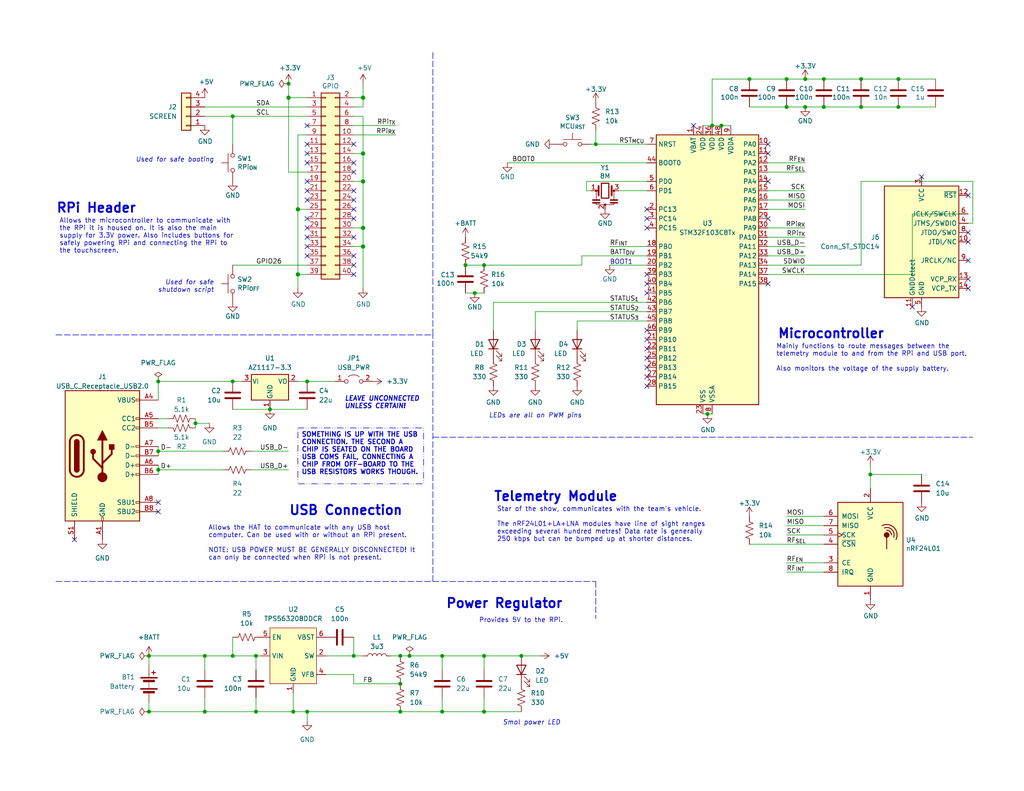
<source format=kicad_sch>
(kicad_sch (version 20231120) (generator "eeschema") (generator_version "8.0")
  (paper "USLetter")
  (title_block (title "Downlink Board") (date "2024-01-21") (rev "1.1") (company "HPVDT") (comment 1 "Hosts a microcontroller and wireless module for computers to use") (comment 2 "Designed to be an RPi hat with connections for the RPi touchscreen") (comment 3 "Can be used as a standalone USB device too"))
  (lib_symbols
    (symbol "Connector:Conn_ST_STDC14"
      (property "Reference" "J" (at -8.89 16.51 0))
      (property "Value" "Conn_ST_STDC14" (at 17.78 16.51 0))
      (symbol "Conn_ST_STDC14_1_1"
        (pin no_connect line (at -10.16 5.08 0) (length 2.54) hide (name "NC") (number "1"))
        (pin output line (at 12.7 0 180) (length 2.54) (name "JTDI/NC") (number "10"))
        (pin passive line (at -2.54 -17.78 90) (length 2.54) (name "GNDDetect") (number "11"))
        (pin open_collector line (at 12.7 12.7 180) (length 2.54) (name "~{RST}") (number "12"))
        (pin output line (at 12.7 -10.16 180) (length 2.54) (name "VCP_RX") (number "13"))
        (pin input line (at 12.7 -12.7 180) (length 2.54) (name "VCP_TX") (number "14"))
        (pin no_connect line (at -10.16 2.54 0) (length 2.54) hide (name "NC") (number "2"))
        (pin power_in line (at 0 17.78 270) (length 2.54) (name "VCC") (number "3"))
        (pin bidirectional line (at 12.7 5.08 180) (length 2.54) (name "JTMS/SWDIO") (number "4"))
        (pin power_in line (at 0 -17.78 90) (length 2.54) (name "GND") (number "5"))
        (pin output line (at 12.7 7.62 180) (length 2.54) (name "JCLK/SWCLK") (number "6"))
        (pin passive line (at 0 -17.78 90) (length 2.54) hide (name "GND") (number "7"))
        (pin input line (at 12.7 2.54 180) (length 2.54) (name "JTDO/SWO") (number "8"))
        (pin input line (at 12.7 -5.08 180) (length 2.54) (name "JRCLK/NC") (number "9"))
      )
    )
    (symbol "Connector:USB_C_Receptacle_USB2.0" (pin_names (offset 1.016))
      (property "Reference" "J" (at -10.16 19.05 0))
      (property "Value" "USB_C_Receptacle_USB2.0" (at 19.05 19.05 0))
      (symbol "USB_C_Receptacle_USB2.0_1_1"
        (pin passive line (at 0 -22.86 90) (length 5.08) (name "GND") (number "A1"))
        (pin passive line (at 0 -22.86 90) (length 5.08) hide (name "GND") (number "A12"))
        (pin passive line (at 15.24 15.24 180) (length 5.08) (name "VBUS") (number "A4"))
        (pin bidirectional line (at 15.24 10.16 180) (length 5.08) (name "CC1") (number "A5"))
        (pin bidirectional line (at 15.24 -2.54 180) (length 5.08) (name "D+") (number "A6"))
        (pin bidirectional line (at 15.24 2.54 180) (length 5.08) (name "D-") (number "A7"))
        (pin bidirectional line (at 15.24 -12.7 180) (length 5.08) (name "SBU1") (number "A8"))
        (pin passive line (at 15.24 15.24 180) (length 5.08) hide (name "VBUS") (number "A9"))
        (pin passive line (at 0 -22.86 90) (length 5.08) hide (name "GND") (number "B1"))
        (pin passive line (at 0 -22.86 90) (length 5.08) hide (name "GND") (number "B12"))
        (pin passive line (at 15.24 15.24 180) (length 5.08) hide (name "VBUS") (number "B4"))
        (pin bidirectional line (at 15.24 7.62 180) (length 5.08) (name "CC2") (number "B5"))
        (pin bidirectional line (at 15.24 -5.08 180) (length 5.08) (name "D+") (number "B6"))
        (pin bidirectional line (at 15.24 0 180) (length 5.08) (name "D-") (number "B7"))
        (pin bidirectional line (at 15.24 -15.24 180) (length 5.08) (name "SBU2") (number "B8"))
        (pin passive line (at 15.24 15.24 180) (length 5.08) hide (name "VBUS") (number "B9"))
        (pin passive line (at -7.62 -22.86 90) (length 5.08) (name "SHIELD") (number "S1"))
      )
    )
    (symbol "Connector_Generic:Conn_01x04" (pin_names (offset 1.016) hide)
      (property "Reference" "J" (at 0 5.08 0))
      (property "Value" "Conn_01x04" (at 0 -7.62 0))
      (symbol "Conn_01x04_1_1"
        (pin passive line (at -5.08 2.54 0) (length 3.81) (name "Pin_1") (number "1"))
        (pin passive line (at -5.08 0 0) (length 3.81) (name "Pin_2") (number "2"))
        (pin passive line (at -5.08 -2.54 0) (length 3.81) (name "Pin_3") (number "3"))
        (pin passive line (at -5.08 -5.08 0) (length 3.81) (name "Pin_4") (number "4"))
      )
    )
    (symbol "Connector_Generic:Conn_02x20_Odd_Even" (pin_names (offset 1.016) hide)
      (property "Reference" "J" (at 1.27 25.4 0))
      (property "Value" "Conn_02x20_Odd_Even" (at 1.27 -27.94 0))
      (symbol "Conn_02x20_Odd_Even_1_1"
        (pin passive line (at -5.08 22.86 0) (length 3.81) (name "Pin_1") (number "1"))
        (pin passive line (at 7.62 12.7 180) (length 3.81) (name "Pin_10") (number "10"))
        (pin passive line (at -5.08 10.16 0) (length 3.81) (name "Pin_11") (number "11"))
        (pin passive line (at 7.62 10.16 180) (length 3.81) (name "Pin_12") (number "12"))
        (pin passive line (at -5.08 7.62 0) (length 3.81) (name "Pin_13") (number "13"))
        (pin passive line (at 7.62 7.62 180) (length 3.81) (name "Pin_14") (number "14"))
        (pin passive line (at -5.08 5.08 0) (length 3.81) (name "Pin_15") (number "15"))
        (pin passive line (at 7.62 5.08 180) (length 3.81) (name "Pin_16") (number "16"))
        (pin passive line (at -5.08 2.54 0) (length 3.81) (name "Pin_17") (number "17"))
        (pin passive line (at 7.62 2.54 180) (length 3.81) (name "Pin_18") (number "18"))
        (pin passive line (at -5.08 0 0) (length 3.81) (name "Pin_19") (number "19"))
        (pin passive line (at 7.62 22.86 180) (length 3.81) (name "Pin_2") (number "2"))
        (pin passive line (at 7.62 0 180) (length 3.81) (name "Pin_20") (number "20"))
        (pin passive line (at -5.08 -2.54 0) (length 3.81) (name "Pin_21") (number "21"))
        (pin passive line (at 7.62 -2.54 180) (length 3.81) (name "Pin_22") (number "22"))
        (pin passive line (at -5.08 -5.08 0) (length 3.81) (name "Pin_23") (number "23"))
        (pin passive line (at 7.62 -5.08 180) (length 3.81) (name "Pin_24") (number "24"))
        (pin passive line (at -5.08 -7.62 0) (length 3.81) (name "Pin_25") (number "25"))
        (pin passive line (at 7.62 -7.62 180) (length 3.81) (name "Pin_26") (number "26"))
        (pin passive line (at -5.08 -10.16 0) (length 3.81) (name "Pin_27") (number "27"))
        (pin passive line (at 7.62 -10.16 180) (length 3.81) (name "Pin_28") (number "28"))
        (pin passive line (at -5.08 -12.7 0) (length 3.81) (name "Pin_29") (number "29"))
        (pin passive line (at -5.08 20.32 0) (length 3.81) (name "Pin_3") (number "3"))
        (pin passive line (at 7.62 -12.7 180) (length 3.81) (name "Pin_30") (number "30"))
        (pin passive line (at -5.08 -15.24 0) (length 3.81) (name "Pin_31") (number "31"))
        (pin passive line (at 7.62 -15.24 180) (length 3.81) (name "Pin_32") (number "32"))
        (pin passive line (at -5.08 -17.78 0) (length 3.81) (name "Pin_33") (number "33"))
        (pin passive line (at 7.62 -17.78 180) (length 3.81) (name "Pin_34") (number "34"))
        (pin passive line (at -5.08 -20.32 0) (length 3.81) (name "Pin_35") (number "35"))
        (pin passive line (at 7.62 -20.32 180) (length 3.81) (name "Pin_36") (number "36"))
        (pin passive line (at -5.08 -22.86 0) (length 3.81) (name "Pin_37") (number "37"))
        (pin passive line (at 7.62 -22.86 180) (length 3.81) (name "Pin_38") (number "38"))
        (pin passive line (at -5.08 -25.4 0) (length 3.81) (name "Pin_39") (number "39"))
        (pin passive line (at 7.62 20.32 180) (length 3.81) (name "Pin_4") (number "4"))
        (pin passive line (at 7.62 -25.4 180) (length 3.81) (name "Pin_40") (number "40"))
        (pin passive line (at -5.08 17.78 0) (length 3.81) (name "Pin_5") (number "5"))
        (pin passive line (at 7.62 17.78 180) (length 3.81) (name "Pin_6") (number "6"))
        (pin passive line (at -5.08 15.24 0) (length 3.81) (name "Pin_7") (number "7"))
        (pin passive line (at 7.62 15.24 180) (length 3.81) (name "Pin_8") (number "8"))
        (pin passive line (at -5.08 12.7 0) (length 3.81) (name "Pin_9") (number "9"))
      )
    )
    (symbol "Device:Battery" (pin_numbers hide) (pin_names (offset 0) hide)
      (property "Reference" "BT" (at 2.54 2.54 0))
      (property "Value" "Battery" (at 2.54 0 0))
      (symbol "Battery_1_1"
        (pin passive line (at 0 5.08 270) (length 2.54) (name "+") (number "1"))
        (pin passive line (at 0 -5.08 90) (length 2.54) (name "-") (number "2"))
      )
    )
    (symbol "Device:C" (pin_numbers hide) (pin_names (offset 0.254))
      (property "Reference" "C" (at 0.635 2.54 0))
      (property "Value" "C" (at 0.635 -2.54 0))
      (symbol "C_1_1"
        (pin passive line (at 0 3.81 270) (length 2.794) (name "~") (number "1"))
        (pin passive line (at 0 -3.81 90) (length 2.794) (name "~") (number "2"))
      )
    )
    (symbol "Device:L" (pin_numbers hide) (pin_names (offset 1.016) hide)
      (property "Reference" "L" (at -1.27 0 90))
      (property "Value" "L" (at 1.905 0 90))
      (symbol "L_1_1"
        (pin passive line (at 0 3.81 270) (length 1.27) (name "1") (number "1"))
        (pin passive line (at 0 -3.81 90) (length 1.27) (name "2") (number "2"))
      )
    )
    (symbol "Device:LED" (pin_numbers hide) (pin_names (offset 1.016) hide)
      (property "Reference" "D" (at 0 2.54 0))
      (property "Value" "LED" (at 0 -2.54 0))
      (symbol "LED_1_1"
        (pin passive line (at -3.81 0 0) (length 2.54) (name "K") (number "1"))
        (pin passive line (at 3.81 0 180) (length 2.54) (name "A") (number "2"))
      )
    )
    (symbol "Device:R_US" (pin_numbers hide) (pin_names (offset 0))
      (property "Reference" "R" (at 2.54 0 90))
      (property "Value" "R_US" (at -2.54 0 90))
      (symbol "R_US_1_1"
        (pin passive line (at 0 3.81 270) (length 1.27) (name "~") (number "1"))
        (pin passive line (at 0 -3.81 90) (length 1.27) (name "~") (number "2"))
      )
    )
    (symbol "Device:Resonator" (pin_names (offset 1.016) hide)
      (property "Reference" "Y" (at 0 5.715 0))
      (property "Value" "Resonator" (at 0 3.81 0))
      (symbol "Resonator_1_1"
        (pin passive line (at -3.81 0 0) (length 1.27) (name "1") (number "1"))
        (pin passive line (at 0 -5.08 90) (length 1.27) (name "2") (number "2"))
        (pin passive line (at 3.81 0 180) (length 1.27) (name "3") (number "3"))
      )
    )
    (symbol "Jumper:Jumper_2_Open" (pin_names (offset 0) hide)
      (property "Reference" "JP" (at 0 2.794 0))
      (property "Value" "Jumper_2_Open" (at 0 -2.286 0))
      (symbol "Jumper_2_Open_1_1"
        (pin passive line (at -5.08 0 0) (length 2.54) (name "A") (number "1"))
        (pin passive line (at 5.08 0 180) (length 2.54) (name "B") (number "2"))
      )
    )
    (symbol "MCU_ST_STM32F1:STM32F103C8Tx"
      (property "Reference" "U" (at -12.7 39.37 0))
      (property "Value" "STM32F103C8Tx" (at 10.16 39.37 0))
      (symbol "STM32F103C8Tx_1_1"
        (pin power_in line (at -2.54 40.64 270) (length 2.54) (name "VBAT") (number "1"))
        (pin bidirectional line (at 17.78 35.56 180) (length 2.54) (name "PA0") (number "10"))
        (pin bidirectional line (at 17.78 33.02 180) (length 2.54) (name "PA1") (number "11"))
        (pin bidirectional line (at 17.78 30.48 180) (length 2.54) (name "PA2") (number "12"))
        (pin bidirectional line (at 17.78 27.94 180) (length 2.54) (name "PA3") (number "13"))
        (pin bidirectional line (at 17.78 25.4 180) (length 2.54) (name "PA4") (number "14"))
        (pin bidirectional line (at 17.78 22.86 180) (length 2.54) (name "PA5") (number "15"))
        (pin bidirectional line (at 17.78 20.32 180) (length 2.54) (name "PA6") (number "16"))
        (pin bidirectional line (at 17.78 17.78 180) (length 2.54) (name "PA7") (number "17"))
        (pin bidirectional line (at -15.24 7.62 0) (length 2.54) (name "PB0") (number "18"))
        (pin bidirectional line (at -15.24 5.08 0) (length 2.54) (name "PB1") (number "19"))
        (pin bidirectional line (at -15.24 17.78 0) (length 2.54) (name "PC13") (number "2"))
        (pin bidirectional line (at -15.24 2.54 0) (length 2.54) (name "PB2") (number "20"))
        (pin bidirectional line (at -15.24 -17.78 0) (length 2.54) (name "PB10") (number "21"))
        (pin bidirectional line (at -15.24 -20.32 0) (length 2.54) (name "PB11") (number "22"))
        (pin power_in line (at 0 -38.1 90) (length 2.54) (name "VSS") (number "23"))
        (pin power_in line (at 0 40.64 270) (length 2.54) (name "VDD") (number "24"))
        (pin bidirectional line (at -15.24 -22.86 0) (length 2.54) (name "PB12") (number "25"))
        (pin bidirectional line (at -15.24 -25.4 0) (length 2.54) (name "PB13") (number "26"))
        (pin bidirectional line (at -15.24 -27.94 0) (length 2.54) (name "PB14") (number "27"))
        (pin bidirectional line (at -15.24 -30.48 0) (length 2.54) (name "PB15") (number "28"))
        (pin bidirectional line (at 17.78 15.24 180) (length 2.54) (name "PA8") (number "29"))
        (pin bidirectional line (at -15.24 15.24 0) (length 2.54) (name "PC14") (number "3"))
        (pin bidirectional line (at 17.78 12.7 180) (length 2.54) (name "PA9") (number "30"))
        (pin bidirectional line (at 17.78 10.16 180) (length 2.54) (name "PA10") (number "31"))
        (pin bidirectional line (at 17.78 7.62 180) (length 2.54) (name "PA11") (number "32"))
        (pin bidirectional line (at 17.78 5.08 180) (length 2.54) (name "PA12") (number "33"))
        (pin bidirectional line (at 17.78 2.54 180) (length 2.54) (name "PA13") (number "34"))
        (pin passive line (at 0 -38.1 90) (length 2.54) hide (name "VSS") (number "35"))
        (pin power_in line (at 2.54 40.64 270) (length 2.54) (name "VDD") (number "36"))
        (pin bidirectional line (at 17.78 0 180) (length 2.54) (name "PA14") (number "37"))
        (pin bidirectional line (at 17.78 -2.54 180) (length 2.54) (name "PA15") (number "38"))
        (pin bidirectional line (at -15.24 0 0) (length 2.54) (name "PB3") (number "39"))
        (pin bidirectional line (at -15.24 12.7 0) (length 2.54) (name "PC15") (number "4"))
        (pin bidirectional line (at -15.24 -2.54 0) (length 2.54) (name "PB4") (number "40"))
        (pin bidirectional line (at -15.24 -5.08 0) (length 2.54) (name "PB5") (number "41"))
        (pin bidirectional line (at -15.24 -7.62 0) (length 2.54) (name "PB6") (number "42"))
        (pin bidirectional line (at -15.24 -10.16 0) (length 2.54) (name "PB7") (number "43"))
        (pin input line (at -15.24 30.48 0) (length 2.54) (name "BOOT0") (number "44"))
        (pin bidirectional line (at -15.24 -12.7 0) (length 2.54) (name "PB8") (number "45"))
        (pin bidirectional line (at -15.24 -15.24 0) (length 2.54) (name "PB9") (number "46"))
        (pin passive line (at 0 -38.1 90) (length 2.54) hide (name "VSS") (number "47"))
        (pin power_in line (at 5.08 40.64 270) (length 2.54) (name "VDD") (number "48"))
        (pin bidirectional line (at -15.24 25.4 0) (length 2.54) (name "PD0") (number "5"))
        (pin bidirectional line (at -15.24 22.86 0) (length 2.54) (name "PD1") (number "6"))
        (pin input line (at -15.24 35.56 0) (length 2.54) (name "NRST") (number "7"))
        (pin power_in line (at 2.54 -38.1 90) (length 2.54) (name "VSSA") (number "8"))
        (pin power_in line (at 7.62 40.64 270) (length 2.54) (name "VDDA") (number "9"))
      )
    )
    (symbol "RF:NRF24L01_Breakout" (pin_names (offset 1.016))
      (property "Reference" "U" (at -8.89 12.7 0))
      (property "Value" "NRF24L01_Breakout" (at 3.81 12.7 0))
      (symbol "NRF24L01_Breakout_1_1"
        (pin power_in line (at 0 -15.24 90) (length 3.81) (name "GND") (number "1"))
        (pin power_in line (at 0 15.24 270) (length 3.81) (name "VCC") (number "2"))
        (pin input line (at -12.7 -5.08 0) (length 3.81) (name "CE") (number "3"))
        (pin input line (at -12.7 0 0) (length 3.81) (name "~{CSN}") (number "4"))
        (pin input clock (at -12.7 2.54 0) (length 3.81) (name "SCK") (number "5"))
        (pin input line (at -12.7 7.62 0) (length 3.81) (name "MOSI") (number "6"))
        (pin output line (at -12.7 5.08 0) (length 3.81) (name "MISO") (number "7"))
        (pin output line (at -12.7 -7.62 0) (length 3.81) (name "IRQ") (number "8"))
      )
    )
    (symbol "Regulator_Linear:AZ1117-3.3" (pin_names (offset 0.254))
      (property "Reference" "U" (at -3.81 3.175 0))
      (property "Value" "AZ1117-3.3" (at 0 3.175 0))
      (symbol "AZ1117-3.3_1_1"
        (pin power_in line (at 0 -7.62 90) (length 2.54) (name "GND") (number "1"))
        (pin power_out line (at 7.62 0 180) (length 2.54) (name "VO") (number "2"))
        (pin power_in line (at -7.62 0 0) (length 2.54) (name "VI") (number "3"))
      )
    )
    (symbol "Switch:SW_Push" (pin_numbers hide) (pin_names (offset 1.016) hide)
      (property "Reference" "SW" (at 1.27 2.54 0))
      (property "Value" "SW_Push" (at 0 -1.524 0))
      (symbol "SW_Push_0_1"
        (pin passive line (at -5.08 0 0) (length 2.54) (name "1") (number "1"))
        (pin passive line (at 5.08 0 180) (length 2.54) (name "2") (number "2"))
      )
    )
    (symbol "TPS563208DDCR :TPS563208DDCR"
      (property "Reference" "U" (at 0 11.43 0))
      (property "Value" "TPS563208DDCR" (at 0 8.89 0))
      (symbol "TPS563208DDCR_1_1"
        (pin power_in line (at 0 -10.16 90) (length 2.54) (name "GND") (number "1"))
        (pin power_out line (at 8.89 0 180) (length 2.54) (name "SW") (number "2"))
        (pin power_in line (at -8.89 0 0) (length 2.54) (name "VIN") (number "3"))
        (pin input line (at 8.89 -5.08 180) (length 2.54) (name "VFB") (number "4"))
        (pin input line (at -8.89 5.08 0) (length 2.54) (name "EN") (number "5"))
        (pin passive line (at 8.89 5.08 180) (length 2.54) (name "VBST") (number "6"))
      )
    )
    (symbol "power:+3.3V" (power) (pin_names (offset 0))
      (property "Value" "+3.3V" (at 0 3.556 0))
      (symbol "+3.3V_1_1"
        (pin power_in line (at 0 0 90) (length 0) hide (name "+3.3V") (number "1"))
      )
    )
    (symbol "power:+5V" (power) (pin_names (offset 0))
      (property "Value" "+5V" (at 0 3.556 0))
      (symbol "+5V_1_1"
        (pin power_in line (at 0 0 90) (length 0) hide (name "+5V") (number "1"))
      )
    )
    (symbol "power:+BATT" (power) (pin_names (offset 0))
      (property "Value" "+BATT" (at 0 3.556 0))
      (symbol "+BATT_1_1"
        (pin power_in line (at 0 0 90) (length 0) hide (name "+BATT") (number "1"))
      )
    )
    (symbol "power:GND" (power) (pin_names (offset 0))
      (property "Value" "GND" (at 0 -3.81 0))
      (symbol "GND_1_1"
        (pin power_in line (at 0 0 270) (length 0) hide (name "GND") (number "1"))
      )
    )
    (symbol "power:PWR_FLAG" (power) (pin_numbers hide) (pin_names (offset 0) hide)
      (property "Value" "PWR_FLAG" (at 0 3.81 0))
      (symbol "PWR_FLAG_0_0"
        (pin power_out line (at 0 0 90) (length 0) (name "pwr") (number "1"))
      )
    )
  )
  (junction (at 99.06 26.67) (diameter 1.016))
  (junction (at 214.63 21.59))
  (junction (at 162.56 39.37))
  (junction (at 99.06 41.91) (diameter 1.016))
  (junction (at 120.65 194.31))
  (junction (at 69.85 194.31))
  (junction (at 109.22 179.07))
  (junction (at 63.5 31.75))
  (junction (at 53.34 115.57))
  (junction (at 224.79 21.59))
  (junction (at 132.08 72.39))
  (junction (at 219.71 29.21))
  (junction (at 111.76 179.07))
  (junction (at 80.01 194.31))
  (junction (at 83.82 104.14))
  (junction (at 245.11 21.59))
  (junction (at 214.63 29.21))
  (junction (at 204.47 21.59))
  (junction (at 43.18 123.19))
  (junction (at 96.52 179.07))
  (junction (at 81.28 74.93) (diameter 1.016))
  (junction (at 234.95 21.59))
  (junction (at 81.28 57.15) (diameter 1.016))
  (junction (at 40.64 194.31))
  (junction (at 245.11 29.21))
  (junction (at 78.74 22.86))
  (junction (at 120.65 179.07))
  (junction (at 109.22 194.31))
  (junction (at 109.22 186.69))
  (junction (at 99.06 67.31) (diameter 1.016))
  (junction (at 55.88 179.07))
  (junction (at 193.04 113.03))
  (junction (at 224.79 29.21))
  (junction (at 132.08 179.07))
  (junction (at 129.54 80.01))
  (junction (at 219.71 21.59))
  (junction (at 194.31 34.29))
  (junction (at 132.08 194.31))
  (junction (at 99.06 62.23) (diameter 1.016))
  (junction (at 69.85 179.07))
  (junction (at 234.95 29.21))
  (junction (at 237.49 129.54))
  (junction (at 99.06 49.53) (diameter 1.016))
  (junction (at 127 72.39))
  (junction (at 142.24 179.07))
  (junction (at 83.82 194.31))
  (junction (at 40.64 179.07))
  (junction (at 196.85 34.29))
  (junction (at 73.66 111.76))
  (junction (at 43.18 128.27))
  (junction (at 63.5 179.07))
  (junction (at 43.18 104.14))
  (junction (at 63.5 104.14))
  (junction (at 78.74 26.67) (diameter 1.016))
  (junction (at 55.88 194.31))
  (no_connect (at 96.52 72.39))
  (no_connect (at 176.53 97.79))
  (no_connect (at 176.53 92.71))
  (no_connect (at 176.53 74.93))
  (no_connect (at 264.16 53.34))
  (no_connect (at 264.16 66.04))
  (no_connect (at 96.52 57.15))
  (no_connect (at 176.53 90.17))
  (no_connect (at 96.52 74.93))
  (no_connect (at 176.53 102.87))
  (no_connect (at 96.52 44.45))
  (no_connect (at 43.18 137.16))
  (no_connect (at 43.18 139.7))
  (no_connect (at 96.52 59.69))
  (no_connect (at 176.53 77.47))
  (no_connect (at 96.52 46.99))
  (no_connect (at 83.82 49.53))
  (no_connect (at 83.82 41.91))
  (no_connect (at 264.16 63.5))
  (no_connect (at 83.82 54.61))
  (no_connect (at 176.53 62.23))
  (no_connect (at 83.82 67.31))
  (no_connect (at 83.82 64.77))
  (no_connect (at 176.53 100.33))
  (no_connect (at 209.55 77.47))
  (no_connect (at 20.32 147.32))
  (no_connect (at 264.16 76.2))
  (no_connect (at 96.52 69.85))
  (no_connect (at 96.52 39.37))
  (no_connect (at 248.92 83.82))
  (no_connect (at 83.82 69.85))
  (no_connect (at 209.55 41.91))
  (no_connect (at 176.53 95.25))
  (no_connect (at 83.82 39.37))
  (no_connect (at 176.53 105.41))
  (no_connect (at 189.23 34.29))
  (no_connect (at 251.46 48.26))
  (no_connect (at 83.82 52.07))
  (no_connect (at 209.55 59.69))
  (no_connect (at 264.16 71.12))
  (no_connect (at 264.16 78.74))
  (no_connect (at 83.82 34.29))
  (no_connect (at 176.53 59.69))
  (no_connect (at 209.55 39.37))
  (no_connect (at 83.82 44.45))
  (no_connect (at 83.82 62.23))
  (no_connect (at 176.53 57.15))
  (no_connect (at 176.53 80.01))
  (no_connect (at 96.52 52.07))
  (no_connect (at 96.52 54.61))
  (no_connect (at 96.52 64.77))
  (no_connect (at 209.55 49.53))
  (no_connect (at 83.82 59.69))
  (wire (pts (xy 160.02 49.53) (xy 176.53 49.53)))
  (wire (pts (xy 81.28 57.15) (xy 81.28 74.93)))
  (wire (pts (xy 160.02 52.07) (xy 161.29 52.07)))
  (wire (pts (xy 209.55 72.39) (xy 234.95 72.39)))
  (wire (pts (xy 120.65 194.31) (xy 132.08 194.31)))
  (wire (pts (xy 237.49 129.54) (xy 237.49 133.35)))
  (wire (pts (xy 214.63 21.59) (xy 204.47 21.59)))
  (wire (pts (xy 63.5 72.39) (xy 83.82 72.39)))
  (wire (pts (xy 237.49 127) (xy 237.49 129.54)))
  (polyline (pts (xy 118.11 158.75) (xy 162.56 158.75)) (stroke (width 0) (type dash)))
  (wire (pts (xy 99.06 31.75) (xy 99.06 41.91)))
  (wire (pts (xy 142.24 179.07) (xy 147.32 179.07)))
  (wire (pts (xy 99.06 49.53) (xy 96.52 49.53)))
  (wire (pts (xy 214.63 143.51) (xy 224.79 143.51)))
  (wire (pts (xy 214.63 140.97) (xy 224.79 140.97)))
  (wire (pts (xy 99.06 62.23) (xy 99.06 67.31)))
  (wire (pts (xy 96.52 186.69) (xy 109.22 186.69)))
  (wire (pts (xy 40.64 181.61) (xy 40.64 179.07)))
  (wire (pts (xy 209.55 62.23) (xy 219.71 62.23)))
  (wire (pts (xy 157.48 90.17) (xy 157.48 87.63)))
  (wire (pts (xy 234.95 21.59) (xy 224.79 21.59)))
  (wire (pts (xy 96.52 179.07) (xy 96.52 173.99)))
  (wire (pts (xy 158.75 69.85) (xy 176.53 69.85)))
  (wire (pts (xy 83.82 104.14) (xy 91.44 104.14)))
  (wire (pts (xy 160.02 49.53) (xy 160.02 52.07)))
  (wire (pts (xy 99.06 49.53) (xy 99.06 62.23)))
  (wire (pts (xy 55.88 194.31) (xy 55.88 190.5)))
  (wire (pts (xy 96.52 34.29) (xy 107.95 34.29)))
  (wire (pts (xy 53.34 115.57) (xy 53.34 114.3)))
  (wire (pts (xy 81.28 36.83) (xy 81.28 57.15)))
  (wire (pts (xy 196.85 34.29) (xy 199.39 34.29)))
  (wire (pts (xy 73.66 111.76) (xy 83.82 111.76)))
  (wire (pts (xy 43.18 128.27) (xy 60.96 128.27)))
  (wire (pts (xy 134.62 82.55) (xy 134.62 90.17)))
  (wire (pts (xy 81.28 36.83) (xy 83.82 36.83)))
  (wire (pts (xy 132.08 182.88) (xy 132.08 179.07)))
  (wire (pts (xy 146.05 90.17) (xy 146.05 85.09)))
  (wire (pts (xy 138.43 44.45) (xy 176.53 44.45)))
  (wire (pts (xy 120.65 182.88) (xy 120.65 179.07)))
  (wire (pts (xy 43.18 123.19) (xy 60.96 123.19)))
  (wire (pts (xy 219.71 29.21) (xy 224.79 29.21)))
  (wire (pts (xy 81.28 57.15) (xy 83.82 57.15)))
  (wire (pts (xy 40.64 191.77) (xy 40.64 194.31)))
  (wire (pts (xy 132.08 72.39) (xy 158.75 72.39)))
  (wire (pts (xy 69.85 179.07) (xy 69.85 182.88)))
  (polyline (pts (xy 162.56 158.75) (xy 162.56 168.91)) (stroke (width 0) (type dash)))
  (wire (pts (xy 81.28 74.93) (xy 81.28 78.74)))
  (wire (pts (xy 45.72 114.3) (xy 43.18 114.3)))
  (wire (pts (xy 78.74 22.86) (xy 78.74 26.67)))
  (wire (pts (xy 40.64 179.07) (xy 55.88 179.07)))
  (wire (pts (xy 265.43 49.53) (xy 265.43 60.96)))
  (wire (pts (xy 224.79 29.21) (xy 234.95 29.21)))
  (wire (pts (xy 43.18 128.27) (xy 43.18 129.54)))
  (wire (pts (xy 99.06 67.31) (xy 96.52 67.31)))
  (wire (pts (xy 132.08 72.39) (xy 127 72.39)))
  (wire (pts (xy 106.68 179.07) (xy 109.22 179.07)))
  (wire (pts (xy 204.47 21.59) (xy 194.31 21.59)))
  (wire (pts (xy 53.34 116.84) (xy 53.34 115.57)))
  (wire (pts (xy 43.18 109.22) (xy 43.18 104.14)))
  (wire (pts (xy 234.95 29.21) (xy 245.11 29.21)))
  (wire (pts (xy 209.55 74.93) (xy 248.92 74.93)))
  (wire (pts (xy 63.5 179.07) (xy 63.5 173.99)))
  (wire (pts (xy 55.88 29.21) (xy 83.82 29.21)))
  (wire (pts (xy 245.11 29.21) (xy 255.27 29.21)))
  (wire (pts (xy 234.95 21.59) (xy 245.11 21.59)))
  (wire (pts (xy 78.74 46.99) (xy 83.82 46.99)))
  (wire (pts (xy 55.88 179.07) (xy 55.88 182.88)))
  (wire (pts (xy 161.29 39.37) (xy 162.56 39.37)))
  (wire (pts (xy 99.06 26.67) (xy 99.06 29.21)))
  (wire (pts (xy 162.56 35.56) (xy 162.56 39.37)))
  (wire (pts (xy 96.52 179.07) (xy 99.06 179.07)))
  (wire (pts (xy 109.22 194.31) (xy 120.65 194.31)))
  (wire (pts (xy 96.52 184.15) (xy 96.52 186.69)))
  (wire (pts (xy 99.06 41.91) (xy 99.06 49.53)))
  (wire (pts (xy 134.62 82.55) (xy 176.53 82.55)))
  (wire (pts (xy 88.9 179.07) (xy 96.52 179.07)))
  (wire (pts (xy 158.75 72.39) (xy 158.75 69.85)))
  (wire (pts (xy 83.82 194.31) (xy 109.22 194.31)))
  (wire (pts (xy 132.08 194.31) (xy 142.24 194.31)))
  (wire (pts (xy 99.06 41.91) (xy 96.52 41.91)))
  (wire (pts (xy 209.55 69.85) (xy 219.71 69.85)))
  (wire (pts (xy 162.56 39.37) (xy 176.53 39.37)))
  (wire (pts (xy 63.5 104.14) (xy 66.04 104.14)))
  (wire (pts (xy 43.18 123.19) (xy 43.18 124.46)))
  (wire (pts (xy 99.06 22.86) (xy 99.06 26.67)))
  (wire (pts (xy 168.91 52.07) (xy 176.53 52.07)))
  (wire (pts (xy 204.47 148.59) (xy 224.79 148.59)))
  (wire (pts (xy 120.65 179.07) (xy 132.08 179.07)))
  (wire (pts (xy 99.06 26.67) (xy 96.52 26.67)))
  (wire (pts (xy 78.74 26.67) (xy 78.74 46.99)))
  (polyline (pts (xy 15.24 158.75) (xy 118.11 158.75)) (stroke (width 0) (type dash)))
  (wire (pts (xy 55.88 179.07) (xy 63.5 179.07)))
  (wire (pts (xy 96.52 36.83) (xy 107.95 36.83)))
  (wire (pts (xy 219.71 21.59) (xy 214.63 21.59)))
  (wire (pts (xy 157.48 87.63) (xy 176.53 87.63)))
  (wire (pts (xy 69.85 194.31) (xy 69.85 190.5)))
  (wire (pts (xy 248.92 58.42) (xy 264.16 58.42)))
  (wire (pts (xy 245.11 21.59) (xy 255.27 21.59)))
  (wire (pts (xy 214.63 156.21) (xy 224.79 156.21)))
  (wire (pts (xy 45.72 116.84) (xy 43.18 116.84)))
  (wire (pts (xy 57.15 115.57) (xy 53.34 115.57)))
  (wire (pts (xy 209.55 46.99) (xy 219.71 46.99)))
  (wire (pts (xy 204.47 29.21) (xy 214.63 29.21)))
  (wire (pts (xy 166.37 67.31) (xy 176.53 67.31)))
  (wire (pts (xy 99.06 29.21) (xy 96.52 29.21)))
  (wire (pts (xy 209.55 67.31) (xy 219.71 67.31)))
  (wire (pts (xy 129.54 80.01) (xy 132.08 80.01)))
  (wire (pts (xy 219.71 52.07) (xy 209.55 52.07)))
  (wire (pts (xy 43.18 104.14) (xy 63.5 104.14)))
  (wire (pts (xy 214.63 153.67) (xy 224.79 153.67)))
  (wire (pts (xy 219.71 54.61) (xy 209.55 54.61)))
  (wire (pts (xy 214.63 146.05) (xy 224.79 146.05)))
  (wire (pts (xy 191.77 113.03) (xy 193.04 113.03)))
  (polyline (pts (xy 15.24 91.44) (xy 118.11 91.44)) (stroke (width 0) (type dash)))
  (wire (pts (xy 209.55 64.77) (xy 219.71 64.77)))
  (wire (pts (xy 63.5 179.07) (xy 69.85 179.07)))
  (wire (pts (xy 63.5 31.75) (xy 55.88 31.75)))
  (wire (pts (xy 234.95 49.53) (xy 265.43 49.53)))
  (wire (pts (xy 81.28 74.93) (xy 83.82 74.93)))
  (wire (pts (xy 111.76 179.07) (xy 120.65 179.07)))
  (wire (pts (xy 63.5 31.75) (xy 63.5 39.37)))
  (polyline (pts (xy 118.11 91.44) (xy 118.11 13.97)) (stroke (width 0) (type dash)))
  (wire (pts (xy 248.92 74.93) (xy 248.92 58.42)))
  (wire (pts (xy 55.88 194.31) (xy 69.85 194.31)))
  (wire (pts (xy 99.06 31.75) (xy 96.52 31.75)))
  (polyline (pts (xy 118.11 119.38) (xy 265.43 119.38)) (stroke (width 0) (type dash)))
  (wire (pts (xy 109.22 179.07) (xy 111.76 179.07)))
  (wire (pts (xy 43.18 121.92) (xy 43.18 123.19)))
  (wire (pts (xy 214.63 29.21) (xy 219.71 29.21)))
  (polyline (pts (xy 118.11 158.75) (xy 118.11 91.44)) (stroke (width 0) (type dash)))
  (wire (pts (xy 237.49 129.54) (xy 251.46 129.54)))
  (wire (pts (xy 63.5 111.76) (xy 73.66 111.76)))
  (wire (pts (xy 69.85 194.31) (xy 80.01 194.31)))
  (wire (pts (xy 132.08 179.07) (xy 142.24 179.07)))
  (wire (pts (xy 166.37 72.39) (xy 176.53 72.39)))
  (wire (pts (xy 265.43 60.96) (xy 264.16 60.96)))
  (wire (pts (xy 129.54 80.01) (xy 127 80.01)))
  (wire (pts (xy 193.04 113.03) (xy 194.31 113.03)))
  (wire (pts (xy 78.74 123.19) (xy 68.58 123.19)))
  (wire (pts (xy 80.01 194.31) (xy 83.82 194.31)))
  (wire (pts (xy 83.82 196.85) (xy 83.82 194.31)))
  (wire (pts (xy 99.06 67.31) (xy 99.06 78.74)))
  (wire (pts (xy 63.5 31.75) (xy 83.82 31.75)))
  (wire (pts (xy 146.05 85.09) (xy 176.53 85.09)))
  (wire (pts (xy 78.74 128.27) (xy 68.58 128.27)))
  (wire (pts (xy 88.9 184.15) (xy 96.52 184.15)))
  (wire (pts (xy 99.06 62.23) (xy 96.52 62.23)))
  (wire (pts (xy 194.31 34.29) (xy 196.85 34.29)))
  (wire (pts (xy 78.74 26.67) (xy 83.82 26.67)))
  (wire (pts (xy 71.12 179.07) (xy 69.85 179.07)))
  (wire (pts (xy 191.77 34.29) (xy 194.31 34.29)))
  (wire (pts (xy 120.65 194.31) (xy 120.65 190.5)))
  (wire (pts (xy 40.64 194.31) (xy 55.88 194.31)))
  (wire (pts (xy 43.18 127) (xy 43.18 128.27)))
  (wire (pts (xy 132.08 190.5) (xy 132.08 194.31)))
  (wire (pts (xy 224.79 21.59) (xy 219.71 21.59)))
  (wire (pts (xy 234.95 72.39) (xy 234.95 49.53)))
  (wire (pts (xy 219.71 57.15) (xy 209.55 57.15)))
  (wire (pts (xy 209.55 44.45) (xy 219.71 44.45)))
  (wire (pts (xy 194.31 21.59) (xy 194.31 34.29)))
  (wire (pts (xy 80.01 194.31) (xy 80.01 189.23)))
  (wire (pts (xy 81.28 104.14) (xy 83.82 104.14)))
  (text_box "Allows the HAT to communicate with any USB host computer. Can be used with or without an RPi present.\n\nNOTE: USB POWER MUST BE GENERALLY DISCONNECTED! It can only be connected when RPi is not present." (at 55.88 142.24 0) (size 58.42 13.97) (stroke (width -0.0001)) (effects (font (size 1.27 1.27)) (justify left top)))
  (text_box "Allows the microcontroller to communicate with the RPi it is housed on. It is also the main supply for 3.3V power. Also includes buttons for safely powering RPi and connecting the RPi to the touchscreen." (at 15.24 58.42 0) (size 49.53 11.43) (stroke (width -0.0001)) (effects (font (size 1.27 1.27)) (justify left top)))
  (text_box "Mainly functions to route messages between the telemetry module to and from the RPi and USB port.\n\nAlso monitors the voltage of the supply battery." (at 210.82 92.71 0) (size 54.61 15.24) (stroke (width -0.0001)) (effects (font (size 1.27 1.27)) (justify left top)))
  (text_box "SOMETHING IS UP WITH THE USB CONNECTION. THE SECOND A CHIP IS SEATED ON THE BOARD USB COMS FAIL, CONNECTING A CHIP FROM OFF-BOARD TO THE USB RESISTORS WORKS THOUGH." (at 81.28 116.84 0) (size 34.29 15.24) (stroke (width 0) (type dash_dot_dot)) (effects (font (size 1.27 1.27) (thickness 0.254) (bold yes)) (justify left top)))
  (text_box "Star of the show, communicates with the team's vehicle.\n\nThe nRF24L01+LA+LNA modules have line of sight ranges exceeding several hundred metres! Data rate is generally 250 kbps but can be bumped up at shorter distances." (at 134.62 137.16 0) (size 60.96 11.43) (stroke (width -0.0001)) (effects (font (size 1.27 1.27)) (justify left top)))
  (text "Provides 5V to the RPi." (at 153.67 170.18 0) (effects (font (size 1.27 1.27)) (justify right bottom)))
  (text "Microcontroller" (at 212.09 92.71 0) (effects (font (size 2.54 2.54) (thickness 0.508) (bold yes)) (justify left bottom)))
  (text "LEAVE UNCONNECTED\nUNLESS CERTAIN!" (at 93.98 111.76 0) (effects (font (size 1.27 1.27) (thickness 0.254) (bold yes) (italic yes)) (justify left bottom)))
  (text "Used for safe booting" (at 58.42 44.45 0) (effects (font (size 1.27 1.27) (italic yes)) (justify right bottom)))
  (text "Smol power LED" (at 137.16 198.12 0) (effects (font (size 1.27 1.27) (italic yes)) (justify left bottom)))
  (text "RPi Header" (at 15.24 58.42 0) (effects (font (size 2.54 2.54) (thickness 0.508) (bold yes)) (justify left bottom)))
  (text "BOOT1" (at 166.37 72.39 0) (effects (font (size 1.27 1.27)) (justify left bottom)))
  (text "LEDs are all on PWM pins" (at 133.35 114.3 0) (effects (font (size 1.27 1.27) (italic yes)) (justify left bottom)))
  (text "Telemetry Module" (at 134.62 137.16 0) (effects (font (size 2.54 2.54) (thickness 0.508) (bold yes)) (justify left bottom)))
  (text "Power Regulator" (at 153.67 166.37 0) (effects (font (size 2.54 2.54) (thickness 0.508) (bold yes)) (justify right bottom)))
  (text "USB Connection" (at 78.74 140.97 0) (effects (font (size 2.54 2.54) (thickness 0.508) (bold yes)) (justify left bottom)))
  (text "Used for safe\nshutdown script" (at 58.42 80.01 0) (effects (font (size 1.27 1.27) (italic yes)) (justify right bottom)))
  (label "STATUS_{2}" (at 166.37 85.09 0))
  (label "SCK" (at 219.71 52.07 180))
  (label "RPi_{RX}" (at 219.71 62.23 180))
  (label "USB_D+" (at 78.74 128.27 180))
  (label "RF_{EN}" (at 219.71 44.45 180))
  (label "RF_{INT}" (at 214.63 156.21 0))
  (label "USB_D-" (at 78.74 123.19 180))
  (label "MISO" (at 219.71 54.61 180))
  (label "SWCLK" (at 219.71 74.93 180))
  (label "RF_{SEL}" (at 214.63 148.59 0))
  (label "D-" (at 43.815 123.19 0))
  (label "RPi_{TX}" (at 107.95 34.29 180))
  (label "RF_{SEL}" (at 219.71 46.99 180))
  (label "RPi_{RX}" (at 107.95 36.83 180))
  (label "USB_D-" (at 219.71 67.31 180))
  (label "USB_D+" (at 219.71 69.85 180))
  (label "SDA" (at 69.85 29.21 0))
  (label "GPIO26" (at 69.85 72.39 0))
  (label "SCL" (at 69.85 31.75 0))
  (label "BOOT0" (at 139.7 44.45 0))
  (label "FB" (at 99.06 186.69 0))
  (label "BATT_{DIV}" (at 166.37 69.85 0))
  (label "STATUS_{1}" (at 166.37 82.55 0))
  (label "SCK" (at 214.63 146.05 0))
  (label "MOSI" (at 219.71 57.15 180))
  (label "STATUS_{3}" (at 166.37 87.63 0))
  (label "RPi_{TX}" (at 219.71 64.77 180))
  (label "RST_{MCU}" (at 168.91 39.37 0))
  (label "RF_{INT}" (at 166.37 67.31 0))
  (label "D+" (at 43.815 128.27 0))
  (label "MISO" (at 214.63 143.51 0))
  (label "SDWIO" (at 219.71 72.39 180))
  (label "MOSI" (at 214.63 140.97 0))
  (label "RF_{EN}" (at 214.63 153.67 0))
  (symbol (lib_id "power:+5V") (at 99.06 22.86 0) (unit 1)
    (property "Reference" "#PWR012" (effects (hide yes)))
    (property "Value" "+5V" (at 99.4283 18.5356 0))
  )
  (symbol (lib_id "power:+3.3V") (at 78.74 22.86 0) (unit 1)
    (property "Reference" "#PWR09" (effects (hide yes)))
    (property "Value" "+3.3V" (at 79.1083 18.5356 0))
  )
  (symbol (lib_id "power:GND") (at 99.06 78.74 0) (unit 1)
    (property "Reference" "#PWR013" (effects (hide yes)))
    (property "Value" "GND" (at 99.1743 83.0644 0))
  )
  (symbol (lib_id "power:GND") (at 81.28 78.74 0) (unit 1)
    (property "Reference" "#PWR010" (effects (hide yes)))
    (property "Value" "GND" (at 81.3943 83.0644 0))
  )
  (symbol (lib_id "Connector_Generic:Conn_02x20_Odd_Even") (at 88.9 49.53 0) (unit 1)
    (property "Reference" "J3" (at 90.17 21.1898 0))
    (property "Value" "GPIO" (at 90.17 23.495 0))
    (property "Footprint" "Connector_PinSocket_2.54mm:PinSocket_2x20_P2.54mm_Vertical" (effects (hide yes)))
  )
  (symbol (lib_id "power:+3.3V") (at 237.49 127 0) (unit 1)
    (property "Reference" "#PWR030" (effects (hide yes)))
    (property "Value" "+3.3V" (at 237.49 123.444 0))
  )
  (symbol (lib_id "Device:C") (at 132.08 186.69 180) (unit 1)
    (property "Reference" "C7" (at 135.89 185.42 0) (effects (justify right)))
    (property "Value" "22u" (at 135.89 187.96 0) (effects (justify right)))
    (property "Footprint" "Capacitor_SMD:C_0805_2012Metric" (effects (hide yes)))
  )
  (symbol (lib_id "power:+3.3V") (at 162.56 27.94 0) (unit 1)
    (property "Reference" "#PWR022" (effects (hide yes)))
    (property "Value" "+3.3V" (at 162.56 24.384 0))
  )
  (symbol (lib_id "power:GND") (at 251.46 137.16 0) (unit 1)
    (property "Reference" "#PWR034" (effects (hide yes)))
    (property "Value" "GND" (at 251.5743 141.4844 0))
  )
  (symbol (lib_id "Device:R_US") (at 134.62 101.6 180) (unit 1)
    (property "Reference" "R8" (at 130.81 100.33 0))
    (property "Value" "330" (at 130.81 102.87 0))
    (property "Footprint" "Resistor_SMD:R_0603_1608Metric" (effects (hide yes)))
  )
  (symbol (lib_id "RF:NRF24L01_Breakout") (at 237.49 148.59 0) (unit 1)
    (property "Reference" "U4" (at 247.142 147.4216 0) (effects (justify left)))
    (property "Value" "nRF24L01" (at 247.142 149.733 0) (effects (justify left)))
    (property "Footprint" "RF_Module:nRF24L01_Breakout" (effects (hide yes)))
    (property "Datasheet" "http://www.nordicsemi.com/eng/content/download/2730/34105/file/nRF24L01_Product_Specification_v2_0.pdf" (effects (hide yes)))
  )
  (symbol (lib_id "Regulator_Linear:AZ1117-3.3") (at 73.66 104.14 0) (unit 1)
    (property "Reference" "U1" (at 73.66 97.79 0))
    (property "Value" "AZ1117-3.3" (at 73.66 100.33 0))
    (property "Footprint" "Package_TO_SOT_SMD:SOT-223-3_TabPin2" (effects (hide yes)))
    (property "Datasheet" "https://www.diodes.com/assets/Datasheets/AZ1117.pdf" (effects (hide yes)))
  )
  (symbol (lib_id "Device:R_US") (at 49.53 116.84 90) (mirror x) (unit 1)
    (property "Reference" "R2" (at 49.53 121.92 90))
    (property "Value" "5.1k" (at 49.53 119.38 90))
    (property "Footprint" "Resistor_SMD:R_0603_1608Metric" (effects (hide yes)))
  )
  (symbol (lib_id "Device:R_US") (at 146.05 101.6 180) (unit 1)
    (property "Reference" "R11" (at 142.24 100.33 0))
    (property "Value" "330" (at 142.24 102.87 0))
    (property "Footprint" "Resistor_SMD:R_0603_1608Metric" (effects (hide yes)))
  )
  (symbol (lib_id "Device:R_US") (at 109.22 182.88 0) (unit 1)
    (property "Reference" "R6" (at 111.76 181.61 0) (effects (justify left)))
    (property "Value" "54k9" (at 111.76 184.15 0) (effects (justify left)))
    (property "Footprint" "Resistor_SMD:R_0603_1608Metric" (effects (hide yes)))
  )
  (symbol (lib_id "Switch:SW_Push") (at 63.5 44.45 90) (unit 1)
    (property "Reference" "SW1" (at 64.7192 43.2816 90) (effects (justify right)))
    (property "Value" "RPi_{ON}" (at 64.7192 45.593 90) (effects (justify right)))
    (property "Footprint" "Button_Switch_THT:SW_PUSH_6mm_H4.3mm" (effects (hide yes)))
  )
  (symbol (lib_id "power:+3.3V") (at 219.71 21.59 0) (unit 1)
    (property "Reference" "#PWR027" (effects (hide yes)))
    (property "Value" "+3.3V" (at 219.71 18.034 0))
  )
  (symbol (lib_id "power:GND") (at 166.37 72.39 0) (unit 1)
    (property "Reference" "#PWR024" (effects (hide yes)))
    (property "Value" "GND" (at 166.37 76.2 0))
  )
  (symbol (lib_id "power:GND") (at 129.54 80.01 0) (mirror y) (unit 1)
    (property "Reference" "#PWR032" (effects (hide yes)))
    (property "Value" "GND" (at 129.54 83.82 0))
  )
  (symbol (lib_id "power:GND") (at 146.05 105.41 0) (unit 1)
    (property "Reference" "#PWR018" (effects (hide yes)))
    (property "Value" "GND" (at 146.05 109.8534 0))
  )
  (symbol (lib_id "Device:C") (at 69.85 186.69 0) (mirror x) (unit 1)
    (property "Reference" "C3" (at 66.04 185.42 0) (effects (justify right)))
    (property "Value" "100n" (at 66.04 187.96 0) (effects (justify right)))
    (property "Footprint" "Capacitor_SMD:C_0603_1608Metric" (effects (hide yes)))
  )
  (symbol (lib_id "Device:C") (at 251.46 133.35 180) (unit 1)
    (property "Reference" "C14" (at 255.27 132.08 0) (effects (justify right)))
    (property "Value" "10u" (at 255.27 134.62 0) (effects (justify right)))
    (property "Footprint" "Capacitor_SMD:C_0805_2012Metric" (effects (hide yes)))
  )
  (symbol (lib_id "Device:R_US") (at 204.47 144.78 180) (unit 1)
    (property "Reference" "R14" (at 207.01 143.51 0) (effects (justify right)))
    (property "Value" "10k" (at 207.01 146.05 0) (effects (justify right)))
    (property "Footprint" "Resistor_SMD:R_0603_1608Metric" (effects (hide yes)))
  )
  (symbol (lib_id "Device:R_US") (at 142.24 190.5 180) (unit 1)
    (property "Reference" "R10" (at 144.78 189.23 0) (effects (justify right)))
    (property "Value" "330" (at 144.78 191.77 0) (effects (justify right)))
    (property "Footprint" "Resistor_SMD:R_0603_1608Metric" (effects (hide yes)))
  )
  (symbol (lib_id "power:PWR_FLAG") (at 111.76 179.07 0) (unit 1)
    (property "Reference" "#FLG05" (effects (hide yes)))
    (property "Value" "PWR_FLAG" (at 111.76 173.99 0))
  )
  (symbol (lib_id "power:GND") (at 193.04 113.03 0) (unit 1)
    (property "Reference" "#PWR025" (effects (hide yes)))
    (property "Value" "GND" (at 193.1543 117.3544 0))
  )
  (symbol (lib_id "Device:C") (at 120.65 186.69 180) (unit 1)
    (property "Reference" "C6" (at 124.46 185.42 0) (effects (justify right)))
    (property "Value" "22u" (at 124.46 187.96 0) (effects (justify right)))
    (property "Footprint" "Capacitor_SMD:C_0805_2012Metric" (effects (hide yes)))
  )
  (symbol (lib_id "Device:R_US") (at 109.22 190.5 180) (unit 1)
    (property "Reference" "R7" (at 111.76 189.23 0) (effects (justify right)))
    (property "Value" "10k" (at 111.76 191.77 0) (effects (justify right)))
    (property "Footprint" "Resistor_SMD:R_0603_1608Metric" (effects (hide yes)))
  )
  (symbol (lib_id "power:PWR_FLAG") (at 78.74 22.86 90) (unit 1)
    (property "Reference" "#FLG04" (effects (hide yes)))
    (property "Value" "PWR_FLAG" (at 74.93 22.86 90) (effects (justify left)))
  )
  (symbol (lib_id "MCU_ST_STM32F1:STM32F103C8Tx") (at 191.77 74.93 0) (unit 1)
    (property "Reference" "U3" (at 193.04 60.96 0))
    (property "Value" "STM32F103C8Tx" (at 193.04 63.5 0))
    (property "Footprint" "Package_QFP:LQFP-48_7x7mm_P0.5mm" (effects (hide yes)))
    (property "Datasheet" "https://www.st.com/resource/en/datasheet/stm32f103c8.pdf" (effects (hide yes)))
  )
  (symbol (lib_id "Connector:Conn_ST_STDC14") (at 251.46 66.04 0) (unit 1)
    (property "Reference" "J6" (at 240.03 64.7699 0) (effects (justify right)))
    (property "Value" "Conn_ST_STDC14" (at 240.03 67.3099 0) (effects (justify right)))
    (property "Footprint" "Connector_PinHeader_1.27mm:PinHeader_2x07_P1.27mm_Vertical_SMD" (effects (hide yes)))
    (property "Datasheet" "https://www.st.com/content/ccc/resource/technical/document/user_manual/group1/99/49/91/b6/b2/3a/46/e5/DM00526767/files/DM00526767.pdf/jcr:content/translations/en.DM00526767.pdf" (effects (hide yes)))
    (property "Description" "ST Debug Connector, standard ARM Cortex-M SWD and JTAG interface plus UART" (effects (hide yes)))
  )
  (symbol (lib_id "power:PWR_FLAG") (at 40.64 194.31 90) (unit 1)
    (property "Reference" "#FLG02" (effects (hide yes)))
    (property "Value" "PWR_FLAG" (at 36.83 194.31 90) (effects (justify left)))
  )
  (symbol (lib_id "Device:LED") (at 146.05 93.98 90) (unit 1)
    (property "Reference" "D3" (at 140.97 93.98 90) (effects (justify right)))
    (property "Value" "LED" (at 139.7 96.52 90) (effects (justify right)))
    (property "Footprint" "LED_SMD:LED_0805_2012Metric" (effects (hide yes)))
  )
  (symbol (lib_id "Device:LED") (at 142.24 182.88 90) (unit 1)
    (property "Reference" "D2" (at 146.05 183.1975 90) (effects (justify right)))
    (property "Value" "LED" (at 146.05 185.7375 90) (effects (justify right)))
    (property "Footprint" "LED_SMD:LED_0805_2012Metric" (effects (hide yes)))
  )
  (symbol (lib_id "Connector_Generic:Conn_01x04") (at 50.8 31.75 180) (unit 1)
    (property "Reference" "J2" (at 48.26 29.21 0) (effects (justify left)))
    (property "Value" "SCREEN" (at 48.26 31.75 0) (effects (justify left)))
    (property "Footprint" "Connector_JST:JST_XA_B04B-XASK-1_1x04_P2.50mm_Vertical" (effects (hide yes)))
  )
  (symbol (lib_id "power:GND") (at 73.66 111.76 0) (unit 1)
    (property "Reference" "#PWR08" (effects (hide yes)))
    (property "Value" "GND" (at 73.66 116.84 0))
  )
  (symbol (lib_id "Connector:USB_C_Receptacle_USB2.0") (at 27.94 124.46 0) (unit 1)
    (property "Reference" "J1" (at 27.94 102.87 0))
    (property "Value" "USB_C_Receptacle_USB2.0" (at 27.94 105.41 0))
    (property "Footprint" "Connector_USB:USB_C_Receptacle_HRO_TYPE-C-31-M-12" (effects (hide yes)))
    (property "Datasheet" "https://www.usb.org/sites/default/files/documents/usb_type-c.zip" (effects (hide yes)))
  )
  (symbol (lib_id "Device:R_US") (at 162.56 31.75 180) (unit 1)
    (property "Reference" "R13" (at 165.1 30.48 0) (effects (justify right)))
    (property "Value" "10k" (at 165.1 33.02 0) (effects (justify right)))
    (property "Footprint" "Resistor_SMD:R_0603_1608Metric" (effects (hide yes)))
  )
  (symbol (lib_id "Device:C") (at 92.71 173.99 90) (unit 1)
    (property "Reference" "C5" (at 92.71 166.37 90))
    (property "Value" "100n" (at 92.71 168.91 90))
    (property "Footprint" "Capacitor_SMD:C_0805_2012Metric" (effects (hide yes)))
  )
  (symbol (lib_id "Device:C") (at 204.47 25.4 0) (mirror x) (unit 1)
    (property "Reference" "C8" (at 201.549 24.2316 0) (effects (justify right)))
    (property "Value" "100n" (at 201.549 26.543 0) (effects (justify right)))
    (property "Footprint" "Capacitor_SMD:C_0603_1608Metric" (effects (hide yes)))
  )
  (symbol (lib_id "TPS563208DDCR :TPS563208DDCR") (at 80.01 179.07 0) (unit 1)
    (property "Reference" "U2" (at 80.01 166.37 0))
    (property "Value" "TPS563208DDCR" (at 80.01 168.91 0))
    (property "Footprint" "Package_TO_SOT_SMD:TSOT-23-6" (effects (hide yes)))
    (property "Datasheet" "https://www.ti.com/lit/ds/symlink/tps563208.pdf" (effects (hide yes)))
  )
  (symbol (lib_id "power:GND") (at 251.46 83.82 0) (unit 1)
    (property "Reference" "#PWR029" (effects (hide yes)))
    (property "Value" "GND" (at 251.5743 88.1444 0))
  )
  (symbol (lib_id "Device:C") (at 224.79 25.4 0) (mirror x) (unit 1)
    (property "Reference" "C10" (at 221.869 24.2316 0) (effects (justify right)))
    (property "Value" "100n" (at 221.869 26.543 0) (effects (justify right)))
    (property "Footprint" "Capacitor_SMD:C_0603_1608Metric" (effects (hide yes)))
  )
  (symbol (lib_id "Device:R_US") (at 132.08 76.2 0) (mirror x) (unit 1)
    (property "Reference" "R16" (at 135.89 74.93 0))
    (property "Value" "10k" (at 135.89 77.47 0))
    (property "Footprint" "Resistor_SMD:R_0603_1608Metric" (effects (hide yes)))
  )
  (symbol (lib_id "Device:L") (at 102.87 179.07 90) (unit 1)
    (property "Reference" "L1" (at 102.87 173.99 90))
    (property "Value" "3u3" (at 102.87 176.53 90))
    (property "Footprint" "Inductor_SMD:L_Taiyo-Yuden_NR-60xx" (effects (hide yes)))
  )
  (symbol (lib_id "power:GND") (at 237.49 163.83 0) (unit 1)
    (property "Reference" "#PWR031" (effects (hide yes)))
    (property "Value" "GND" (at 237.6043 168.1544 0))
  )
  (symbol (lib_id "Device:R_US") (at 127 68.58 0) (mirror x) (unit 1)
    (property "Reference" "R15" (at 130.81 67.31 0))
    (property "Value" "54k9" (at 130.81 69.85 0))
    (property "Footprint" "Resistor_SMD:R_0603_1608Metric" (effects (hide yes)))
  )
  (symbol (lib_id "Device:R_US") (at 64.77 123.19 90) (unit 1)
    (property "Reference" "R3" (at 64.77 116.84 90))
    (property "Value" "22" (at 64.77 119.38 90))
    (property "Footprint" "Resistor_SMD:R_0603_1608Metric" (effects (hide yes)))
  )
  (symbol (lib_id "Device:C") (at 245.11 25.4 0) (mirror x) (unit 1)
    (property "Reference" "C12" (at 242.189 24.2316 0) (effects (justify right)))
    (property "Value" "10n" (at 242.189 26.543 0) (effects (justify right)))
    (property "Footprint" "Capacitor_SMD:C_0603_1608Metric" (effects (hide yes)))
  )
  (symbol (lib_id "Device:C") (at 234.95 25.4 0) (mirror x) (unit 1)
    (property "Reference" "C11" (at 232.029 24.2316 0) (effects (justify right)))
    (property "Value" "100n" (at 232.029 26.543 0) (effects (justify right)))
    (property "Footprint" "Capacitor_SMD:C_0603_1608Metric" (effects (hide yes)))
  )
  (symbol (lib_id "Device:LED") (at 157.48 93.98 90) (unit 1)
    (property "Reference" "D4" (at 152.4 93.98 90) (effects (justify right)))
    (property "Value" "LED" (at 151.13 96.52 90) (effects (justify right)))
    (property "Footprint" "LED_SMD:LED_0805_2012Metric" (effects (hide yes)))
  )
  (symbol (lib_id "Device:R_US") (at 67.31 173.99 90) (unit 1)
    (property "Reference" "R5" (at 67.31 167.64 90))
    (property "Value" "10k" (at 67.31 170.18 90))
    (property "Footprint" "Resistor_SMD:R_0603_1608Metric" (effects (hide yes)))
  )
  (symbol (lib_id "Switch:SW_Push") (at 156.21 39.37 0) (unit 1)
    (property "Reference" "SW3" (at 156.21 32.131 0))
    (property "Value" "MCU_{RST}" (at 156.21 34.4424 0))
    (property "Footprint" "Button_Switch_THT:SW_PUSH_6mm_H4.3mm" (effects (hide yes)))
  )
  (symbol (lib_id "Device:Battery") (at 40.64 186.69 0) (unit 1) (in_bom no)
    (property "Reference" "BT1" (at 36.83 184.8485 0) (effects (justify right)))
    (property "Value" "Battery" (at 36.83 187.3885 0) (effects (justify right)))
    (property "Footprint" "Connector_Wire:SolderWire-2.5sqmm_1x02_P8.8mm_D2.4mm_OD4.4mm_Relief" (effects (hide yes)))
  )
  (symbol (lib_id "Device:R_US") (at 157.48 101.6 180) (unit 1)
    (property "Reference" "R12" (at 153.67 100.33 0))
    (property "Value" "330" (at 153.67 102.87 0))
    (property "Footprint" "Resistor_SMD:R_0603_1608Metric" (effects (hide yes)))
  )
  (symbol (lib_id "Jumper:Jumper_2_Open") (at 96.52 104.14 0) (unit 1)
    (property "Reference" "JP1" (at 96.52 97.79 0))
    (property "Value" "USB_PWR" (at 96.52 100.33 0))
    (property "Footprint" "Connector_PinHeader_2.54mm:PinHeader_1x02_P2.54mm_Vertical" (effects (hide yes)))
  )
  (symbol (lib_id "Device:R_US") (at 64.77 128.27 90) (unit 1)
    (property "Reference" "R4" (at 64.77 132.08 90))
    (property "Value" "22" (at 64.77 134.62 90))
    (property "Footprint" "Resistor_SMD:R_0603_1608Metric" (effects (hide yes)))
  )
  (symbol (lib_id "Device:C") (at 127 76.2 0) (mirror x) (unit 1)
    (property "Reference" "C13" (at 124.079 75.0316 0) (effects (justify right)))
    (property "Value" "100n" (at 124.079 77.343 0) (effects (justify right)))
    (property "Footprint" "Capacitor_SMD:C_0603_1608Metric" (effects (hide yes)))
  )
  (symbol (lib_id "power:+BATT") (at 40.64 179.07 0) (unit 1)
    (property "Reference" "#PWR02" (effects (hide yes)))
    (property "Value" "+BATT" (at 40.64 173.99 0))
  )
  (symbol (lib_id "Device:C") (at 214.63 25.4 0) (mirror x) (unit 1)
    (property "Reference" "C9" (at 211.709 24.2316 0) (effects (justify right)))
    (property "Value" "100n" (at 211.709 26.543 0) (effects (justify right)))
    (property "Footprint" "Capacitor_SMD:C_0603_1608Metric" (effects (hide yes)))
  )
  (symbol (lib_id "Device:C") (at 55.88 186.69 0) (mirror x) (unit 1)
    (property "Reference" "C1" (at 52.07 185.42 0) (effects (justify right)))
    (property "Value" "10u" (at 52.07 187.96 0) (effects (justify right)))
    (property "Footprint" "Capacitor_SMD:C_0805_2012Metric" (effects (hide yes)))
  )
  (symbol (lib_id "Device:Resonator") (at 165.1 52.07 0) (unit 1)
    (property "Reference" "Y1" (at 165.1 45.7708 0))
    (property "Value" "8M" (at 165.1 48.0822 0))
    (property "Footprint" "Crystal:Resonator_SMD_Murata_CSTxExxV-3Pin_3.0x1.1mm" (effects (hide yes)))
  )
  (symbol (lib_id "power:GND") (at 165.1 57.15 0) (unit 1)
    (property "Reference" "#PWR023" (effects (hide yes)))
    (property "Value" "GND" (at 165.1 60.96 0))
  )
  (symbol (lib_id "power:GND") (at 55.88 34.29 0) (unit 1)
    (property "Reference" "#PWR04" (effects (hide yes)))
    (property "Value" "GND" (at 55.9943 38.6144 0))
  )
  (symbol (lib_id "power:GND") (at 83.82 196.85 0) (unit 1)
    (property "Reference" "#PWR011" (effects (hide yes)))
    (property "Value" "GND" (at 83.82 201.93 0))
  )
  (symbol (lib_id "power:PWR_FLAG") (at 40.64 179.07 90) (unit 1)
    (property "Reference" "#FLG01" (effects (hide yes)))
    (property "Value" "PWR_FLAG" (at 36.83 179.07 90) (effects (justify left)))
  )
  (symbol (lib_id "Device:R_US") (at 49.53 114.3 90) (unit 1)
    (property "Reference" "R1" (at 49.53 109.22 90))
    (property "Value" "5.1k" (at 49.53 111.76 90))
    (property "Footprint" "Resistor_SMD:R_0603_1608Metric" (effects (hide yes)))
  )
  (symbol (lib_id "power:+5V") (at 147.32 179.07 270) (unit 1)
    (property "Reference" "#PWR019" (effects (hide yes)))
    (property "Value" "+5V" (at 151.13 179.07 90) (effects (justify left)))
  )
  (symbol (lib_id "power:GND") (at 151.13 39.37 270) (unit 1)
    (property "Reference" "#PWR020" (effects (hide yes)))
    (property "Value" "GND" (at 147.32 39.37 90) (effects (justify right)))
  )
  (symbol (lib_id "power:PWR_FLAG") (at 43.18 104.14 0) (unit 1)
    (property "Reference" "#FLG03" (effects (hide yes)))
    (property "Value" "PWR_FLAG" (at 43.18 99.06 0))
  )
  (symbol (lib_id "Device:C") (at 63.5 107.95 0) (mirror x) (unit 1)
    (property "Reference" "C2" (at 60.325 106.68 0) (effects (justify right)))
    (property "Value" "10u" (at 60.325 109.22 0) (effects (justify right)))
    (property "Footprint" "Capacitor_SMD:C_0805_2012Metric" (effects (hide yes)))
  )
  (symbol (lib_id "power:+3.3V") (at 101.6 104.14 270) (unit 1)
    (property "Reference" "#PWR014" (effects (hide yes)))
    (property "Value" "+3.3V" (at 105.41 104.14 90) (effects (justify left)))
  )
  (symbol (lib_id "power:GND") (at 219.71 29.21 0) (unit 1)
    (property "Reference" "#PWR028" (effects (hide yes)))
    (property "Value" "GND" (at 219.71 33.02 0))
  )
  (symbol (lib_id "power:GND") (at 57.15 115.57 0) (unit 1)
    (property "Reference" "#PWR05" (effects (hide yes)))
    (property "Value" "GND" (at 57.15 120.65 0))
  )
  (symbol (lib_id "power:+BATT") (at 127 64.77 0) (mirror y) (unit 1)
    (property "Reference" "#PWR033" (effects (hide yes)))
    (property "Value" "+BATT" (at 127 60.96 0))
  )
  (symbol (lib_id "power:GND") (at 63.5 49.53 0) (unit 1)
    (property "Reference" "#PWR06" (effects (hide yes)))
    (property "Value" "GND" (at 63.5 53.34 0))
  )
  (symbol (lib_id "Device:C") (at 255.27 25.4 0) (mirror x) (unit 1)
    (property "Reference" "C15" (at 252.349 24.2316 0) (effects (justify right)))
    (property "Value" "1u" (at 252.349 26.543 0) (effects (justify right)))
    (property "Footprint" "Capacitor_SMD:C_0603_1608Metric" (effects (hide yes)))
  )
  (symbol (lib_id "power:GND") (at 157.48 105.41 0) (unit 1)
    (property "Reference" "#PWR021" (effects (hide yes)))
    (property "Value" "GND" (at 157.48 109.8534 0))
  )
  (symbol (lib_id "power:+3.3V") (at 204.47 140.97 0) (unit 1)
    (property "Reference" "#PWR026" (effects (hide yes)))
    (property "Value" "+3.3V" (at 204.47 137.414 0))
  )
  (symbol (lib_id "power:GND") (at 27.94 147.32 0) (unit 1)
    (property "Reference" "#PWR01" (effects (hide yes)))
    (property "Value" "GND" (at 27.94 152.4 0))
  )
  (symbol (lib_id "Device:LED") (at 134.62 93.98 90) (unit 1)
    (property "Reference" "D1" (at 129.54 93.98 90) (effects (justify right)))
    (property "Value" "LED" (at 128.27 96.52 90) (effects (justify right)))
    (property "Footprint" "LED_SMD:LED_0805_2012Metric" (effects (hide yes)))
  )
  (symbol (lib_id "Switch:SW_Push") (at 63.5 77.47 90) (unit 1)
    (property "Reference" "SW2" (at 64.7192 76.3016 90) (effects (justify right)))
    (property "Value" "RPi_{OFF}" (at 64.7192 78.613 90) (effects (justify right)))
    (property "Footprint" "Button_Switch_THT:SW_PUSH_6mm_H4.3mm" (effects (hide yes)))
  )
  (symbol (lib_id "power:GND") (at 134.62 105.41 0) (unit 1)
    (property "Reference" "#PWR017" (effects (hide yes)))
    (property "Value" "GND" (at 134.62 109.8534 0))
  )
  (symbol (lib_id "power:GND") (at 63.5 82.55 0) (unit 1)
    (property "Reference" "#PWR07" (effects (hide yes)))
    (property "Value" "GND" (at 63.5 86.36 0))
  )
  (symbol (lib_id "power:+5V") (at 55.88 26.67 0) (unit 1)
    (property "Reference" "#PWR03" (effects (hide yes)))
    (property "Value" "+5V" (at 56.2483 22.3456 0))
  )
  (symbol (lib_id "power:GND") (at 138.43 44.45 0) (unit 1)
    (property "Reference" "#PWR016" (effects (hide yes)))
    (property "Value" "GND" (at 138.43 48.26 0))
  )
  (symbol (lib_id "Device:C") (at 83.82 107.95 0) (mirror x) (unit 1)
    (property "Reference" "C4" (at 86.995 106.68 0) (effects (justify left)))
    (property "Value" "22u" (at 86.995 109.22 0) (effects (justify left)))
    (property "Footprint" "Capacitor_SMD:C_0805_2012Metric" (effects (hide yes)))
  )
)
</source>
